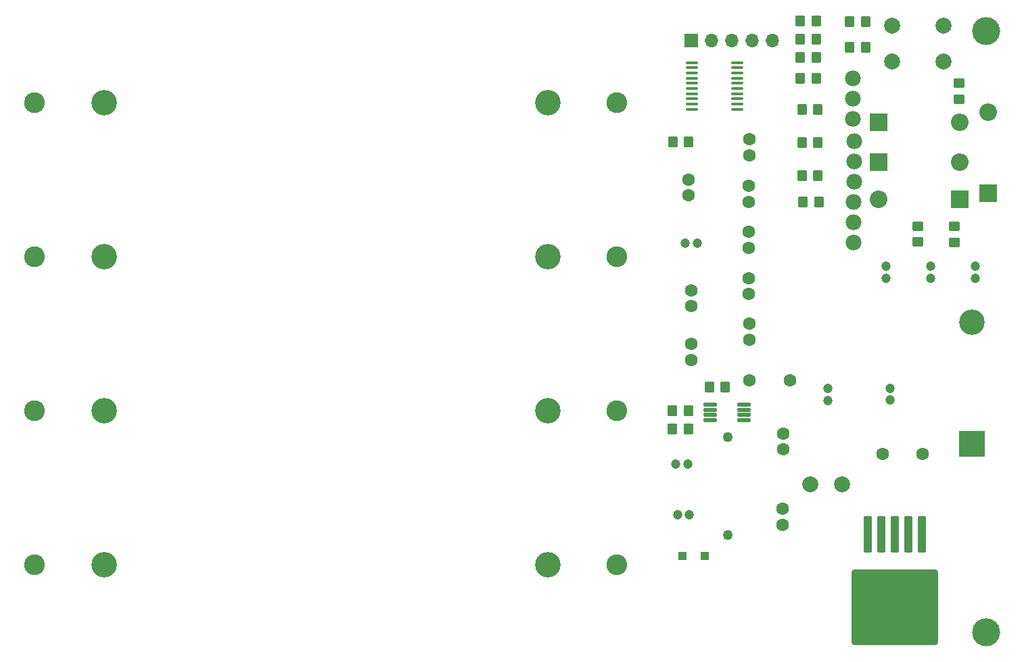
<source format=gbr>
%TF.GenerationSoftware,KiCad,Pcbnew,8.0.6*%
%TF.CreationDate,2024-12-10T13:42:45-08:00*%
%TF.ProjectId,Avionics Power Regulation Board,4176696f-6e69-4637-9320-506f77657220,2*%
%TF.SameCoordinates,Original*%
%TF.FileFunction,Soldermask,Top*%
%TF.FilePolarity,Negative*%
%FSLAX46Y46*%
G04 Gerber Fmt 4.6, Leading zero omitted, Abs format (unit mm)*
G04 Created by KiCad (PCBNEW 8.0.6) date 2024-12-10 13:42:45*
%MOMM*%
%LPD*%
G01*
G04 APERTURE LIST*
G04 Aperture macros list*
%AMRoundRect*
0 Rectangle with rounded corners*
0 $1 Rounding radius*
0 $2 $3 $4 $5 $6 $7 $8 $9 X,Y pos of 4 corners*
0 Add a 4 corners polygon primitive as box body*
4,1,4,$2,$3,$4,$5,$6,$7,$8,$9,$2,$3,0*
0 Add four circle primitives for the rounded corners*
1,1,$1+$1,$2,$3*
1,1,$1+$1,$4,$5*
1,1,$1+$1,$6,$7*
1,1,$1+$1,$8,$9*
0 Add four rect primitives between the rounded corners*
20,1,$1+$1,$2,$3,$4,$5,0*
20,1,$1+$1,$4,$5,$6,$7,0*
20,1,$1+$1,$6,$7,$8,$9,0*
20,1,$1+$1,$8,$9,$2,$3,0*%
G04 Aperture macros list end*
%ADD10C,1.600000*%
%ADD11RoundRect,0.100000X-0.637500X-0.100000X0.637500X-0.100000X0.637500X0.100000X-0.637500X0.100000X0*%
%ADD12C,2.000000*%
%ADD13RoundRect,0.250000X0.350000X0.450000X-0.350000X0.450000X-0.350000X-0.450000X0.350000X-0.450000X0*%
%ADD14RoundRect,0.250000X-0.300000X2.050000X-0.300000X-2.050000X0.300000X-2.050000X0.300000X2.050000X0*%
%ADD15RoundRect,0.250002X-5.149998X4.449998X-5.149998X-4.449998X5.149998X-4.449998X5.149998X4.449998X0*%
%ADD16C,1.200000*%
%ADD17C,1.982000*%
%ADD18C,3.200000*%
%ADD19C,2.604000*%
%ADD20RoundRect,0.250000X-0.350000X-0.450000X0.350000X-0.450000X0.350000X0.450000X-0.350000X0.450000X0*%
%ADD21R,2.200000X2.200000*%
%ADD22O,2.200000X2.200000*%
%ADD23C,3.500000*%
%ADD24C,1.264000*%
%ADD25RoundRect,0.250000X0.450000X-0.350000X0.450000X0.350000X-0.450000X0.350000X-0.450000X-0.350000X0*%
%ADD26RoundRect,0.250000X-0.300000X-0.300000X0.300000X-0.300000X0.300000X0.300000X-0.300000X0.300000X0*%
%ADD27R,3.200000X3.200000*%
%ADD28O,3.200000X3.200000*%
%ADD29RoundRect,0.250000X-0.450000X0.350000X-0.450000X-0.350000X0.450000X-0.350000X0.450000X0.350000X0*%
%ADD30R,1.700000X1.700000*%
%ADD31O,1.700000X1.700000*%
%ADD32RoundRect,0.125000X-0.687500X-0.125000X0.687500X-0.125000X0.687500X0.125000X-0.687500X0.125000X0*%
G04 APERTURE END LIST*
D10*
%TO.C,CC3*%
X177441500Y-84386400D03*
X177441500Y-82386400D03*
%TD*%
D11*
%TO.C,U2*%
X170291500Y-61186400D03*
X170291500Y-61836400D03*
X170291500Y-62486400D03*
X170291500Y-63136400D03*
X170291500Y-63786400D03*
X170291500Y-64436400D03*
X170291500Y-65086400D03*
X170291500Y-65736400D03*
X170291500Y-66386400D03*
X170291500Y-67036400D03*
X176016500Y-67036400D03*
X176016500Y-66386400D03*
X176016500Y-65736400D03*
X176016500Y-65086400D03*
X176016500Y-64436400D03*
X176016500Y-63786400D03*
X176016500Y-63136400D03*
X176016500Y-62486400D03*
X176016500Y-61836400D03*
X176016500Y-61186400D03*
%TD*%
D12*
%TO.C,L1*%
X189103000Y-114046000D03*
X185103000Y-114046000D03*
%TD*%
D13*
%TO.C,RC1*%
X186191500Y-78686400D03*
X184191500Y-78686400D03*
%TD*%
D14*
%TO.C,U1*%
X199126000Y-120275000D03*
X197426000Y-120275000D03*
X195726000Y-120275000D03*
D15*
X195726000Y-129425000D03*
D14*
X194026000Y-120275000D03*
X192326000Y-120275000D03*
%TD*%
D13*
%TO.C,RC2*%
X186079000Y-75386400D03*
X184079000Y-75386400D03*
%TD*%
D16*
%TO.C,CSS1*%
X187291500Y-103536400D03*
X187291500Y-102036400D03*
%TD*%
D17*
%TO.C,Q2*%
X190591500Y-76076400D03*
X190591500Y-73536400D03*
X190591500Y-70996400D03*
%TD*%
D10*
%TO.C,C1*%
X181610000Y-119094000D03*
X181610000Y-117094000D03*
%TD*%
D13*
%TO.C,RC3*%
X186079000Y-71236400D03*
X184079000Y-71236400D03*
%TD*%
D16*
%TO.C,C5*%
X194641500Y-86736400D03*
X194641500Y-88236400D03*
%TD*%
D10*
%TO.C,CC1*%
X177541500Y-95936400D03*
X177541500Y-93936400D03*
%TD*%
D18*
%TO.C,BT1*%
X152300000Y-124105000D03*
X152300000Y-104800000D03*
X152300000Y-85500000D03*
X152300000Y-66195000D03*
X96690000Y-124105000D03*
X96690000Y-104800000D03*
X96690000Y-85500000D03*
X96690000Y-66195000D03*
D19*
X160945000Y-124100000D03*
X88045000Y-124100000D03*
X160945000Y-104800000D03*
X88045000Y-104800000D03*
X160945000Y-85500000D03*
X88045000Y-85500000D03*
X160945000Y-66200000D03*
X88045000Y-66200000D03*
%TD*%
D20*
%TO.C,R4*%
X183891500Y-58286400D03*
X185891500Y-58286400D03*
%TD*%
D10*
%TO.C,C8*%
X169841500Y-77836400D03*
X169841500Y-75836400D03*
%TD*%
D20*
%TO.C,Rcomp1*%
X172491500Y-101836400D03*
X174491500Y-101836400D03*
%TD*%
D21*
%TO.C,D4*%
X193661500Y-73636400D03*
D22*
X203821500Y-73636400D03*
%TD*%
D23*
%TO.C,H2*%
X207111600Y-57200800D03*
%TD*%
D13*
%TO.C,RF1*%
X169891500Y-71086400D03*
X167891500Y-71086400D03*
%TD*%
D10*
%TO.C,C2*%
X194191500Y-110236400D03*
X199191500Y-110236400D03*
%TD*%
D20*
%TO.C,R1*%
X167841500Y-107136400D03*
X169841500Y-107136400D03*
%TD*%
D21*
%TO.C,D5*%
X203871500Y-78336400D03*
D22*
X193711500Y-78336400D03*
%TD*%
D13*
%TO.C,RC4*%
X186079000Y-67086400D03*
X184079000Y-67086400D03*
%TD*%
%TO.C,RC5*%
X185891500Y-63136400D03*
X183891500Y-63136400D03*
%TD*%
D17*
%TO.C,Q1*%
X190491500Y-68266400D03*
X190491500Y-65726400D03*
X190491500Y-63186400D03*
%TD*%
D21*
%TO.C,D3*%
X193641500Y-68636400D03*
D22*
X203801500Y-68636400D03*
%TD*%
D16*
%TO.C,Cout2*%
X168491500Y-117886400D03*
X169991500Y-117886400D03*
%TD*%
%TO.C,C3*%
X205741500Y-86736400D03*
X205741500Y-88236400D03*
%TD*%
D24*
%TO.C,L2*%
X174791500Y-108136400D03*
X174791500Y-120406400D03*
%TD*%
D25*
%TO.C,R9*%
X203141500Y-83736400D03*
X203141500Y-81736400D03*
%TD*%
D16*
%TO.C,Cout1*%
X168291500Y-111536400D03*
X169791500Y-111536400D03*
%TD*%
D26*
%TO.C,D2*%
X169141500Y-122986400D03*
X171941500Y-122986400D03*
%TD*%
D12*
%TO.C,SW1*%
X201841500Y-61086400D03*
X195341500Y-61086400D03*
X201841500Y-56586400D03*
X195341500Y-56586400D03*
%TD*%
D20*
%TO.C,R3*%
X183891500Y-60536400D03*
X185891500Y-60536400D03*
%TD*%
D27*
%TO.C,D1*%
X205391500Y-108926400D03*
D28*
X205391500Y-93686400D03*
%TD*%
D13*
%TO.C,R6*%
X185891500Y-55986400D03*
X183891500Y-55986400D03*
%TD*%
D29*
%TO.C,R8*%
X198591500Y-81686400D03*
X198591500Y-83686400D03*
%TD*%
D20*
%TO.C,R5*%
X190041500Y-59236400D03*
X192041500Y-59236400D03*
%TD*%
D29*
%TO.C,RSNS1*%
X203741500Y-63786400D03*
X203741500Y-65786400D03*
%TD*%
D13*
%TO.C,R2*%
X169841500Y-104786400D03*
X167841500Y-104786400D03*
%TD*%
D16*
%TO.C,CIN1*%
X195141500Y-103486400D03*
X195141500Y-101986400D03*
%TD*%
D10*
%TO.C,CC4*%
X177441500Y-78636400D03*
X177441500Y-76636400D03*
%TD*%
D30*
%TO.C,J1*%
X170201500Y-58436400D03*
D31*
X172741500Y-58436400D03*
X175281500Y-58436400D03*
X177821500Y-58436400D03*
X180361500Y-58436400D03*
%TD*%
D10*
%TO.C,Ccomp1*%
X177541500Y-101036400D03*
X182541500Y-101036400D03*
%TD*%
D17*
%TO.C,Q3*%
X190541500Y-83726400D03*
X190541500Y-81186400D03*
X190541500Y-78646400D03*
%TD*%
D20*
%TO.C,R7*%
X190041500Y-56036400D03*
X192041500Y-56036400D03*
%TD*%
D32*
%TO.C,U4*%
X172579000Y-104061400D03*
X172579000Y-104711400D03*
X172579000Y-105361400D03*
X172579000Y-106011400D03*
X176804000Y-106011400D03*
X176804000Y-105361400D03*
X176804000Y-104711400D03*
X176804000Y-104061400D03*
%TD*%
D10*
%TO.C,CAP1*%
X170241500Y-96436400D03*
X170241500Y-98436400D03*
%TD*%
D16*
%TO.C,C7*%
X170941500Y-83786400D03*
X169441500Y-83786400D03*
%TD*%
D23*
%TO.C,H1*%
X207111600Y-132588000D03*
%TD*%
D10*
%TO.C,CC5*%
X177491500Y-72786400D03*
X177491500Y-70786400D03*
%TD*%
%TO.C,CC2*%
X177441500Y-90186400D03*
X177441500Y-88186400D03*
%TD*%
%TO.C,CBY1*%
X181691500Y-107686400D03*
X181691500Y-109686400D03*
%TD*%
%TO.C,C6*%
X170191500Y-91736400D03*
X170191500Y-89736400D03*
%TD*%
D21*
%TO.C,D6*%
X207391500Y-77526400D03*
D22*
X207391500Y-67366400D03*
%TD*%
D16*
%TO.C,C4*%
X200191500Y-86736400D03*
X200191500Y-88236400D03*
%TD*%
M02*

</source>
